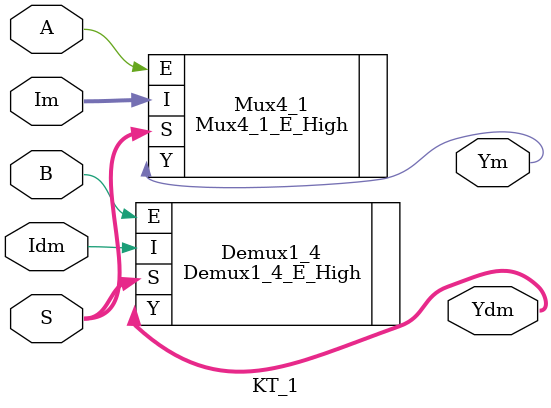
<source format=v>
`timescale 1ns / 1ps
module KT_1(
input wire A,
input wire B,
input wire [1:0] S,
input wire [3:0] Im,
input wire Idm,
output wire Ym,
output wire [3:0] Ydm
);
Mux4_1_E_High Mux4_1 (.I(Im), .S(S[1:0]), .E(A), .Y(Ym));
Demux1_4_E_High Demux1_4 (.I(Idm), .S(S[1:0]), .E(B), .Y(Ydm));
endmodule


</source>
